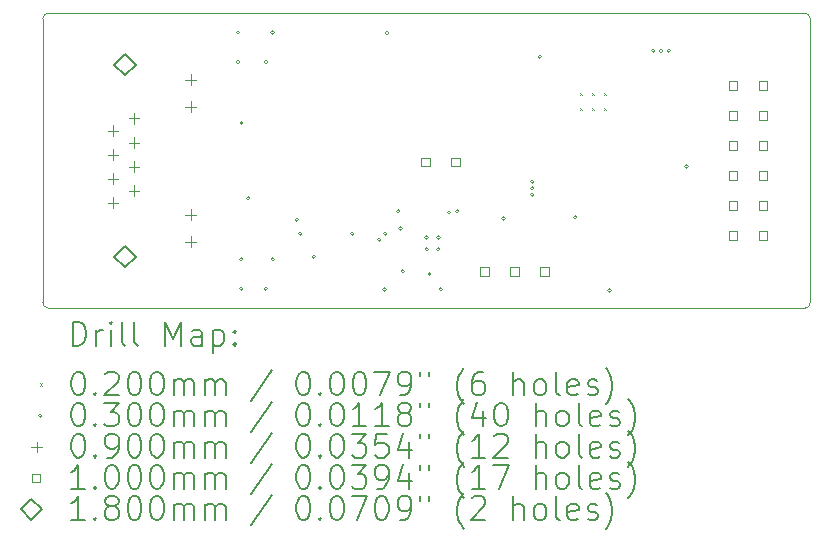
<source format=gbr>
%TF.GenerationSoftware,KiCad,Pcbnew,(6.0.8)*%
%TF.CreationDate,2022-10-23T18:15:44+02:00*%
%TF.ProjectId,ethernet-pmod,65746865-726e-4657-942d-706d6f642e6b,rev?*%
%TF.SameCoordinates,Original*%
%TF.FileFunction,Drillmap*%
%TF.FilePolarity,Positive*%
%FSLAX45Y45*%
G04 Gerber Fmt 4.5, Leading zero omitted, Abs format (unit mm)*
G04 Created by KiCad (PCBNEW (6.0.8)) date 2022-10-23 18:15:44*
%MOMM*%
%LPD*%
G01*
G04 APERTURE LIST*
%ADD10C,0.100000*%
%ADD11C,0.200000*%
%ADD12C,0.020000*%
%ADD13C,0.030000*%
%ADD14C,0.090000*%
%ADD15C,0.180000*%
G04 APERTURE END LIST*
D10*
X11750000Y-11200000D02*
G75*
G03*
X11800000Y-11250000I50000J0D01*
G01*
X11800000Y-11250000D02*
X18200000Y-11250000D01*
X18200000Y-8750000D02*
X11800000Y-8750000D01*
X18250000Y-8800000D02*
G75*
G03*
X18200000Y-8750000I-50000J0D01*
G01*
X18200000Y-11250000D02*
G75*
G03*
X18250000Y-11200000I0J50000D01*
G01*
X18250000Y-11200000D02*
X18250000Y-8800000D01*
X11800000Y-8750000D02*
G75*
G03*
X11750000Y-8800000I0J-50000D01*
G01*
X11750000Y-8800000D02*
X11750000Y-11200000D01*
D11*
D12*
X16300000Y-9425000D02*
X16320000Y-9445000D01*
X16320000Y-9425000D02*
X16300000Y-9445000D01*
X16300000Y-9555000D02*
X16320000Y-9575000D01*
X16320000Y-9555000D02*
X16300000Y-9575000D01*
X16400000Y-9425000D02*
X16420000Y-9445000D01*
X16420000Y-9425000D02*
X16400000Y-9445000D01*
X16400000Y-9555000D02*
X16420000Y-9575000D01*
X16420000Y-9555000D02*
X16400000Y-9575000D01*
X16500000Y-9425000D02*
X16520000Y-9445000D01*
X16520000Y-9425000D02*
X16500000Y-9445000D01*
X16500000Y-9555000D02*
X16520000Y-9575000D01*
X16520000Y-9555000D02*
X16500000Y-9575000D01*
D13*
X13417500Y-8915000D02*
G75*
G03*
X13417500Y-8915000I-15000J0D01*
G01*
X13417500Y-9165000D02*
G75*
G03*
X13417500Y-9165000I-15000J0D01*
G01*
X13447500Y-9682500D02*
G75*
G03*
X13447500Y-9682500I-15000J0D01*
G01*
X13447500Y-10835000D02*
G75*
G03*
X13447500Y-10835000I-15000J0D01*
G01*
X13447500Y-11085000D02*
G75*
G03*
X13447500Y-11085000I-15000J0D01*
G01*
X13505000Y-10317500D02*
G75*
G03*
X13505000Y-10317500I-15000J0D01*
G01*
X13655000Y-9165000D02*
G75*
G03*
X13655000Y-9165000I-15000J0D01*
G01*
X13655000Y-11085000D02*
G75*
G03*
X13655000Y-11085000I-15000J0D01*
G01*
X13712500Y-8915000D02*
G75*
G03*
X13712500Y-8915000I-15000J0D01*
G01*
X13712500Y-10835000D02*
G75*
G03*
X13712500Y-10835000I-15000J0D01*
G01*
X13915000Y-10500000D02*
G75*
G03*
X13915000Y-10500000I-15000J0D01*
G01*
X13945000Y-10620000D02*
G75*
G03*
X13945000Y-10620000I-15000J0D01*
G01*
X14061000Y-10813000D02*
G75*
G03*
X14061000Y-10813000I-15000J0D01*
G01*
X14385000Y-10620000D02*
G75*
G03*
X14385000Y-10620000I-15000J0D01*
G01*
X14615000Y-10670000D02*
G75*
G03*
X14615000Y-10670000I-15000J0D01*
G01*
X14660000Y-11090000D02*
G75*
G03*
X14660000Y-11090000I-15000J0D01*
G01*
X14665000Y-10620000D02*
G75*
G03*
X14665000Y-10620000I-15000J0D01*
G01*
X14680000Y-8920000D02*
G75*
G03*
X14680000Y-8920000I-15000J0D01*
G01*
X14775000Y-10430000D02*
G75*
G03*
X14775000Y-10430000I-15000J0D01*
G01*
X14795000Y-10575000D02*
G75*
G03*
X14795000Y-10575000I-15000J0D01*
G01*
X14815000Y-10936500D02*
G75*
G03*
X14815000Y-10936500I-15000J0D01*
G01*
X15015000Y-10650000D02*
G75*
G03*
X15015000Y-10650000I-15000J0D01*
G01*
X15015000Y-10750000D02*
G75*
G03*
X15015000Y-10750000I-15000J0D01*
G01*
X15040000Y-10960000D02*
G75*
G03*
X15040000Y-10960000I-15000J0D01*
G01*
X15115000Y-10650000D02*
G75*
G03*
X15115000Y-10650000I-15000J0D01*
G01*
X15115000Y-10750000D02*
G75*
G03*
X15115000Y-10750000I-15000J0D01*
G01*
X15135000Y-11090000D02*
G75*
G03*
X15135000Y-11090000I-15000J0D01*
G01*
X15205000Y-10440000D02*
G75*
G03*
X15205000Y-10440000I-15000J0D01*
G01*
X15275000Y-10430000D02*
G75*
G03*
X15275000Y-10430000I-15000J0D01*
G01*
X15665000Y-10490000D02*
G75*
G03*
X15665000Y-10490000I-15000J0D01*
G01*
X15910000Y-10180000D02*
G75*
G03*
X15910000Y-10180000I-15000J0D01*
G01*
X15910000Y-10235000D02*
G75*
G03*
X15910000Y-10235000I-15000J0D01*
G01*
X15910000Y-10290000D02*
G75*
G03*
X15910000Y-10290000I-15000J0D01*
G01*
X15975000Y-9120000D02*
G75*
G03*
X15975000Y-9120000I-15000J0D01*
G01*
X16275000Y-10480000D02*
G75*
G03*
X16275000Y-10480000I-15000J0D01*
G01*
X16565000Y-11100000D02*
G75*
G03*
X16565000Y-11100000I-15000J0D01*
G01*
X16935000Y-9070000D02*
G75*
G03*
X16935000Y-9070000I-15000J0D01*
G01*
X17000000Y-9070000D02*
G75*
G03*
X17000000Y-9070000I-15000J0D01*
G01*
X17065000Y-9070000D02*
G75*
G03*
X17065000Y-9070000I-15000J0D01*
G01*
X17215000Y-10050000D02*
G75*
G03*
X17215000Y-10050000I-15000J0D01*
G01*
D14*
X12344000Y-9700000D02*
X12344000Y-9790000D01*
X12299000Y-9745000D02*
X12389000Y-9745000D01*
X12344000Y-9904000D02*
X12344000Y-9994000D01*
X12299000Y-9949000D02*
X12389000Y-9949000D01*
X12344000Y-10108000D02*
X12344000Y-10198000D01*
X12299000Y-10153000D02*
X12389000Y-10153000D01*
X12344000Y-10312000D02*
X12344000Y-10402000D01*
X12299000Y-10357000D02*
X12389000Y-10357000D01*
X12522000Y-9598000D02*
X12522000Y-9688000D01*
X12477000Y-9643000D02*
X12567000Y-9643000D01*
X12522000Y-9802000D02*
X12522000Y-9892000D01*
X12477000Y-9847000D02*
X12567000Y-9847000D01*
X12522000Y-10006000D02*
X12522000Y-10096000D01*
X12477000Y-10051000D02*
X12567000Y-10051000D01*
X12522000Y-10210000D02*
X12522000Y-10300000D01*
X12477000Y-10255000D02*
X12567000Y-10255000D01*
X13003000Y-9269000D02*
X13003000Y-9359000D01*
X12958000Y-9314000D02*
X13048000Y-9314000D01*
X13003000Y-9498000D02*
X13003000Y-9588000D01*
X12958000Y-9543000D02*
X13048000Y-9543000D01*
X13003000Y-10412000D02*
X13003000Y-10502000D01*
X12958000Y-10457000D02*
X13048000Y-10457000D01*
X13003000Y-10641000D02*
X13003000Y-10731000D01*
X12958000Y-10686000D02*
X13048000Y-10686000D01*
D10*
X15026356Y-10047856D02*
X15026356Y-9977144D01*
X14955644Y-9977144D01*
X14955644Y-10047856D01*
X15026356Y-10047856D01*
X15280356Y-10047856D02*
X15280356Y-9977144D01*
X15209644Y-9977144D01*
X15209644Y-10047856D01*
X15280356Y-10047856D01*
X15525356Y-10975356D02*
X15525356Y-10904644D01*
X15454644Y-10904644D01*
X15454644Y-10975356D01*
X15525356Y-10975356D01*
X15779356Y-10975356D02*
X15779356Y-10904644D01*
X15708644Y-10904644D01*
X15708644Y-10975356D01*
X15779356Y-10975356D01*
X16033356Y-10975356D02*
X16033356Y-10904644D01*
X15962644Y-10904644D01*
X15962644Y-10975356D01*
X16033356Y-10975356D01*
X17627356Y-9400356D02*
X17627356Y-9329644D01*
X17556644Y-9329644D01*
X17556644Y-9400356D01*
X17627356Y-9400356D01*
X17627356Y-9654356D02*
X17627356Y-9583644D01*
X17556644Y-9583644D01*
X17556644Y-9654356D01*
X17627356Y-9654356D01*
X17627356Y-9908356D02*
X17627356Y-9837644D01*
X17556644Y-9837644D01*
X17556644Y-9908356D01*
X17627356Y-9908356D01*
X17627356Y-10162356D02*
X17627356Y-10091644D01*
X17556644Y-10091644D01*
X17556644Y-10162356D01*
X17627356Y-10162356D01*
X17627356Y-10416356D02*
X17627356Y-10345644D01*
X17556644Y-10345644D01*
X17556644Y-10416356D01*
X17627356Y-10416356D01*
X17627356Y-10670356D02*
X17627356Y-10599644D01*
X17556644Y-10599644D01*
X17556644Y-10670356D01*
X17627356Y-10670356D01*
X17881356Y-9400356D02*
X17881356Y-9329644D01*
X17810644Y-9329644D01*
X17810644Y-9400356D01*
X17881356Y-9400356D01*
X17881356Y-9654356D02*
X17881356Y-9583644D01*
X17810644Y-9583644D01*
X17810644Y-9654356D01*
X17881356Y-9654356D01*
X17881356Y-9908356D02*
X17881356Y-9837644D01*
X17810644Y-9837644D01*
X17810644Y-9908356D01*
X17881356Y-9908356D01*
X17881356Y-10162356D02*
X17881356Y-10091644D01*
X17810644Y-10091644D01*
X17810644Y-10162356D01*
X17881356Y-10162356D01*
X17881356Y-10416356D02*
X17881356Y-10345644D01*
X17810644Y-10345644D01*
X17810644Y-10416356D01*
X17881356Y-10416356D01*
X17881356Y-10670356D02*
X17881356Y-10599644D01*
X17810644Y-10599644D01*
X17810644Y-10670356D01*
X17881356Y-10670356D01*
D15*
X12446000Y-9277000D02*
X12536000Y-9187000D01*
X12446000Y-9097000D01*
X12356000Y-9187000D01*
X12446000Y-9277000D01*
X12446000Y-10903000D02*
X12536000Y-10813000D01*
X12446000Y-10723000D01*
X12356000Y-10813000D01*
X12446000Y-10903000D01*
D11*
X12002619Y-11565476D02*
X12002619Y-11365476D01*
X12050238Y-11365476D01*
X12078809Y-11375000D01*
X12097857Y-11394048D01*
X12107381Y-11413095D01*
X12116905Y-11451190D01*
X12116905Y-11479762D01*
X12107381Y-11517857D01*
X12097857Y-11536905D01*
X12078809Y-11555952D01*
X12050238Y-11565476D01*
X12002619Y-11565476D01*
X12202619Y-11565476D02*
X12202619Y-11432143D01*
X12202619Y-11470238D02*
X12212143Y-11451190D01*
X12221667Y-11441667D01*
X12240714Y-11432143D01*
X12259762Y-11432143D01*
X12326428Y-11565476D02*
X12326428Y-11432143D01*
X12326428Y-11365476D02*
X12316905Y-11375000D01*
X12326428Y-11384524D01*
X12335952Y-11375000D01*
X12326428Y-11365476D01*
X12326428Y-11384524D01*
X12450238Y-11565476D02*
X12431190Y-11555952D01*
X12421667Y-11536905D01*
X12421667Y-11365476D01*
X12555000Y-11565476D02*
X12535952Y-11555952D01*
X12526428Y-11536905D01*
X12526428Y-11365476D01*
X12783571Y-11565476D02*
X12783571Y-11365476D01*
X12850238Y-11508333D01*
X12916905Y-11365476D01*
X12916905Y-11565476D01*
X13097857Y-11565476D02*
X13097857Y-11460714D01*
X13088333Y-11441667D01*
X13069286Y-11432143D01*
X13031190Y-11432143D01*
X13012143Y-11441667D01*
X13097857Y-11555952D02*
X13078809Y-11565476D01*
X13031190Y-11565476D01*
X13012143Y-11555952D01*
X13002619Y-11536905D01*
X13002619Y-11517857D01*
X13012143Y-11498809D01*
X13031190Y-11489286D01*
X13078809Y-11489286D01*
X13097857Y-11479762D01*
X13193095Y-11432143D02*
X13193095Y-11632143D01*
X13193095Y-11441667D02*
X13212143Y-11432143D01*
X13250238Y-11432143D01*
X13269286Y-11441667D01*
X13278809Y-11451190D01*
X13288333Y-11470238D01*
X13288333Y-11527381D01*
X13278809Y-11546428D01*
X13269286Y-11555952D01*
X13250238Y-11565476D01*
X13212143Y-11565476D01*
X13193095Y-11555952D01*
X13374048Y-11546428D02*
X13383571Y-11555952D01*
X13374048Y-11565476D01*
X13364524Y-11555952D01*
X13374048Y-11546428D01*
X13374048Y-11565476D01*
X13374048Y-11441667D02*
X13383571Y-11451190D01*
X13374048Y-11460714D01*
X13364524Y-11451190D01*
X13374048Y-11441667D01*
X13374048Y-11460714D01*
D12*
X11725000Y-11885000D02*
X11745000Y-11905000D01*
X11745000Y-11885000D02*
X11725000Y-11905000D01*
D11*
X12040714Y-11785476D02*
X12059762Y-11785476D01*
X12078809Y-11795000D01*
X12088333Y-11804524D01*
X12097857Y-11823571D01*
X12107381Y-11861667D01*
X12107381Y-11909286D01*
X12097857Y-11947381D01*
X12088333Y-11966428D01*
X12078809Y-11975952D01*
X12059762Y-11985476D01*
X12040714Y-11985476D01*
X12021667Y-11975952D01*
X12012143Y-11966428D01*
X12002619Y-11947381D01*
X11993095Y-11909286D01*
X11993095Y-11861667D01*
X12002619Y-11823571D01*
X12012143Y-11804524D01*
X12021667Y-11795000D01*
X12040714Y-11785476D01*
X12193095Y-11966428D02*
X12202619Y-11975952D01*
X12193095Y-11985476D01*
X12183571Y-11975952D01*
X12193095Y-11966428D01*
X12193095Y-11985476D01*
X12278809Y-11804524D02*
X12288333Y-11795000D01*
X12307381Y-11785476D01*
X12355000Y-11785476D01*
X12374048Y-11795000D01*
X12383571Y-11804524D01*
X12393095Y-11823571D01*
X12393095Y-11842619D01*
X12383571Y-11871190D01*
X12269286Y-11985476D01*
X12393095Y-11985476D01*
X12516905Y-11785476D02*
X12535952Y-11785476D01*
X12555000Y-11795000D01*
X12564524Y-11804524D01*
X12574048Y-11823571D01*
X12583571Y-11861667D01*
X12583571Y-11909286D01*
X12574048Y-11947381D01*
X12564524Y-11966428D01*
X12555000Y-11975952D01*
X12535952Y-11985476D01*
X12516905Y-11985476D01*
X12497857Y-11975952D01*
X12488333Y-11966428D01*
X12478809Y-11947381D01*
X12469286Y-11909286D01*
X12469286Y-11861667D01*
X12478809Y-11823571D01*
X12488333Y-11804524D01*
X12497857Y-11795000D01*
X12516905Y-11785476D01*
X12707381Y-11785476D02*
X12726428Y-11785476D01*
X12745476Y-11795000D01*
X12755000Y-11804524D01*
X12764524Y-11823571D01*
X12774048Y-11861667D01*
X12774048Y-11909286D01*
X12764524Y-11947381D01*
X12755000Y-11966428D01*
X12745476Y-11975952D01*
X12726428Y-11985476D01*
X12707381Y-11985476D01*
X12688333Y-11975952D01*
X12678809Y-11966428D01*
X12669286Y-11947381D01*
X12659762Y-11909286D01*
X12659762Y-11861667D01*
X12669286Y-11823571D01*
X12678809Y-11804524D01*
X12688333Y-11795000D01*
X12707381Y-11785476D01*
X12859762Y-11985476D02*
X12859762Y-11852143D01*
X12859762Y-11871190D02*
X12869286Y-11861667D01*
X12888333Y-11852143D01*
X12916905Y-11852143D01*
X12935952Y-11861667D01*
X12945476Y-11880714D01*
X12945476Y-11985476D01*
X12945476Y-11880714D02*
X12955000Y-11861667D01*
X12974048Y-11852143D01*
X13002619Y-11852143D01*
X13021667Y-11861667D01*
X13031190Y-11880714D01*
X13031190Y-11985476D01*
X13126428Y-11985476D02*
X13126428Y-11852143D01*
X13126428Y-11871190D02*
X13135952Y-11861667D01*
X13155000Y-11852143D01*
X13183571Y-11852143D01*
X13202619Y-11861667D01*
X13212143Y-11880714D01*
X13212143Y-11985476D01*
X13212143Y-11880714D02*
X13221667Y-11861667D01*
X13240714Y-11852143D01*
X13269286Y-11852143D01*
X13288333Y-11861667D01*
X13297857Y-11880714D01*
X13297857Y-11985476D01*
X13688333Y-11775952D02*
X13516905Y-12033095D01*
X13945476Y-11785476D02*
X13964524Y-11785476D01*
X13983571Y-11795000D01*
X13993095Y-11804524D01*
X14002619Y-11823571D01*
X14012143Y-11861667D01*
X14012143Y-11909286D01*
X14002619Y-11947381D01*
X13993095Y-11966428D01*
X13983571Y-11975952D01*
X13964524Y-11985476D01*
X13945476Y-11985476D01*
X13926428Y-11975952D01*
X13916905Y-11966428D01*
X13907381Y-11947381D01*
X13897857Y-11909286D01*
X13897857Y-11861667D01*
X13907381Y-11823571D01*
X13916905Y-11804524D01*
X13926428Y-11795000D01*
X13945476Y-11785476D01*
X14097857Y-11966428D02*
X14107381Y-11975952D01*
X14097857Y-11985476D01*
X14088333Y-11975952D01*
X14097857Y-11966428D01*
X14097857Y-11985476D01*
X14231190Y-11785476D02*
X14250238Y-11785476D01*
X14269286Y-11795000D01*
X14278809Y-11804524D01*
X14288333Y-11823571D01*
X14297857Y-11861667D01*
X14297857Y-11909286D01*
X14288333Y-11947381D01*
X14278809Y-11966428D01*
X14269286Y-11975952D01*
X14250238Y-11985476D01*
X14231190Y-11985476D01*
X14212143Y-11975952D01*
X14202619Y-11966428D01*
X14193095Y-11947381D01*
X14183571Y-11909286D01*
X14183571Y-11861667D01*
X14193095Y-11823571D01*
X14202619Y-11804524D01*
X14212143Y-11795000D01*
X14231190Y-11785476D01*
X14421667Y-11785476D02*
X14440714Y-11785476D01*
X14459762Y-11795000D01*
X14469286Y-11804524D01*
X14478809Y-11823571D01*
X14488333Y-11861667D01*
X14488333Y-11909286D01*
X14478809Y-11947381D01*
X14469286Y-11966428D01*
X14459762Y-11975952D01*
X14440714Y-11985476D01*
X14421667Y-11985476D01*
X14402619Y-11975952D01*
X14393095Y-11966428D01*
X14383571Y-11947381D01*
X14374048Y-11909286D01*
X14374048Y-11861667D01*
X14383571Y-11823571D01*
X14393095Y-11804524D01*
X14402619Y-11795000D01*
X14421667Y-11785476D01*
X14555000Y-11785476D02*
X14688333Y-11785476D01*
X14602619Y-11985476D01*
X14774048Y-11985476D02*
X14812143Y-11985476D01*
X14831190Y-11975952D01*
X14840714Y-11966428D01*
X14859762Y-11937857D01*
X14869286Y-11899762D01*
X14869286Y-11823571D01*
X14859762Y-11804524D01*
X14850238Y-11795000D01*
X14831190Y-11785476D01*
X14793095Y-11785476D01*
X14774048Y-11795000D01*
X14764524Y-11804524D01*
X14755000Y-11823571D01*
X14755000Y-11871190D01*
X14764524Y-11890238D01*
X14774048Y-11899762D01*
X14793095Y-11909286D01*
X14831190Y-11909286D01*
X14850238Y-11899762D01*
X14859762Y-11890238D01*
X14869286Y-11871190D01*
X14945476Y-11785476D02*
X14945476Y-11823571D01*
X15021667Y-11785476D02*
X15021667Y-11823571D01*
X15316905Y-12061667D02*
X15307381Y-12052143D01*
X15288333Y-12023571D01*
X15278809Y-12004524D01*
X15269286Y-11975952D01*
X15259762Y-11928333D01*
X15259762Y-11890238D01*
X15269286Y-11842619D01*
X15278809Y-11814048D01*
X15288333Y-11795000D01*
X15307381Y-11766428D01*
X15316905Y-11756905D01*
X15478809Y-11785476D02*
X15440714Y-11785476D01*
X15421667Y-11795000D01*
X15412143Y-11804524D01*
X15393095Y-11833095D01*
X15383571Y-11871190D01*
X15383571Y-11947381D01*
X15393095Y-11966428D01*
X15402619Y-11975952D01*
X15421667Y-11985476D01*
X15459762Y-11985476D01*
X15478809Y-11975952D01*
X15488333Y-11966428D01*
X15497857Y-11947381D01*
X15497857Y-11899762D01*
X15488333Y-11880714D01*
X15478809Y-11871190D01*
X15459762Y-11861667D01*
X15421667Y-11861667D01*
X15402619Y-11871190D01*
X15393095Y-11880714D01*
X15383571Y-11899762D01*
X15735952Y-11985476D02*
X15735952Y-11785476D01*
X15821667Y-11985476D02*
X15821667Y-11880714D01*
X15812143Y-11861667D01*
X15793095Y-11852143D01*
X15764524Y-11852143D01*
X15745476Y-11861667D01*
X15735952Y-11871190D01*
X15945476Y-11985476D02*
X15926428Y-11975952D01*
X15916905Y-11966428D01*
X15907381Y-11947381D01*
X15907381Y-11890238D01*
X15916905Y-11871190D01*
X15926428Y-11861667D01*
X15945476Y-11852143D01*
X15974048Y-11852143D01*
X15993095Y-11861667D01*
X16002619Y-11871190D01*
X16012143Y-11890238D01*
X16012143Y-11947381D01*
X16002619Y-11966428D01*
X15993095Y-11975952D01*
X15974048Y-11985476D01*
X15945476Y-11985476D01*
X16126428Y-11985476D02*
X16107381Y-11975952D01*
X16097857Y-11956905D01*
X16097857Y-11785476D01*
X16278809Y-11975952D02*
X16259762Y-11985476D01*
X16221667Y-11985476D01*
X16202619Y-11975952D01*
X16193095Y-11956905D01*
X16193095Y-11880714D01*
X16202619Y-11861667D01*
X16221667Y-11852143D01*
X16259762Y-11852143D01*
X16278809Y-11861667D01*
X16288333Y-11880714D01*
X16288333Y-11899762D01*
X16193095Y-11918809D01*
X16364524Y-11975952D02*
X16383571Y-11985476D01*
X16421667Y-11985476D01*
X16440714Y-11975952D01*
X16450238Y-11956905D01*
X16450238Y-11947381D01*
X16440714Y-11928333D01*
X16421667Y-11918809D01*
X16393095Y-11918809D01*
X16374048Y-11909286D01*
X16364524Y-11890238D01*
X16364524Y-11880714D01*
X16374048Y-11861667D01*
X16393095Y-11852143D01*
X16421667Y-11852143D01*
X16440714Y-11861667D01*
X16516905Y-12061667D02*
X16526428Y-12052143D01*
X16545476Y-12023571D01*
X16555000Y-12004524D01*
X16564524Y-11975952D01*
X16574048Y-11928333D01*
X16574048Y-11890238D01*
X16564524Y-11842619D01*
X16555000Y-11814048D01*
X16545476Y-11795000D01*
X16526428Y-11766428D01*
X16516905Y-11756905D01*
D13*
X11745000Y-12159000D02*
G75*
G03*
X11745000Y-12159000I-15000J0D01*
G01*
D11*
X12040714Y-12049476D02*
X12059762Y-12049476D01*
X12078809Y-12059000D01*
X12088333Y-12068524D01*
X12097857Y-12087571D01*
X12107381Y-12125667D01*
X12107381Y-12173286D01*
X12097857Y-12211381D01*
X12088333Y-12230428D01*
X12078809Y-12239952D01*
X12059762Y-12249476D01*
X12040714Y-12249476D01*
X12021667Y-12239952D01*
X12012143Y-12230428D01*
X12002619Y-12211381D01*
X11993095Y-12173286D01*
X11993095Y-12125667D01*
X12002619Y-12087571D01*
X12012143Y-12068524D01*
X12021667Y-12059000D01*
X12040714Y-12049476D01*
X12193095Y-12230428D02*
X12202619Y-12239952D01*
X12193095Y-12249476D01*
X12183571Y-12239952D01*
X12193095Y-12230428D01*
X12193095Y-12249476D01*
X12269286Y-12049476D02*
X12393095Y-12049476D01*
X12326428Y-12125667D01*
X12355000Y-12125667D01*
X12374048Y-12135190D01*
X12383571Y-12144714D01*
X12393095Y-12163762D01*
X12393095Y-12211381D01*
X12383571Y-12230428D01*
X12374048Y-12239952D01*
X12355000Y-12249476D01*
X12297857Y-12249476D01*
X12278809Y-12239952D01*
X12269286Y-12230428D01*
X12516905Y-12049476D02*
X12535952Y-12049476D01*
X12555000Y-12059000D01*
X12564524Y-12068524D01*
X12574048Y-12087571D01*
X12583571Y-12125667D01*
X12583571Y-12173286D01*
X12574048Y-12211381D01*
X12564524Y-12230428D01*
X12555000Y-12239952D01*
X12535952Y-12249476D01*
X12516905Y-12249476D01*
X12497857Y-12239952D01*
X12488333Y-12230428D01*
X12478809Y-12211381D01*
X12469286Y-12173286D01*
X12469286Y-12125667D01*
X12478809Y-12087571D01*
X12488333Y-12068524D01*
X12497857Y-12059000D01*
X12516905Y-12049476D01*
X12707381Y-12049476D02*
X12726428Y-12049476D01*
X12745476Y-12059000D01*
X12755000Y-12068524D01*
X12764524Y-12087571D01*
X12774048Y-12125667D01*
X12774048Y-12173286D01*
X12764524Y-12211381D01*
X12755000Y-12230428D01*
X12745476Y-12239952D01*
X12726428Y-12249476D01*
X12707381Y-12249476D01*
X12688333Y-12239952D01*
X12678809Y-12230428D01*
X12669286Y-12211381D01*
X12659762Y-12173286D01*
X12659762Y-12125667D01*
X12669286Y-12087571D01*
X12678809Y-12068524D01*
X12688333Y-12059000D01*
X12707381Y-12049476D01*
X12859762Y-12249476D02*
X12859762Y-12116143D01*
X12859762Y-12135190D02*
X12869286Y-12125667D01*
X12888333Y-12116143D01*
X12916905Y-12116143D01*
X12935952Y-12125667D01*
X12945476Y-12144714D01*
X12945476Y-12249476D01*
X12945476Y-12144714D02*
X12955000Y-12125667D01*
X12974048Y-12116143D01*
X13002619Y-12116143D01*
X13021667Y-12125667D01*
X13031190Y-12144714D01*
X13031190Y-12249476D01*
X13126428Y-12249476D02*
X13126428Y-12116143D01*
X13126428Y-12135190D02*
X13135952Y-12125667D01*
X13155000Y-12116143D01*
X13183571Y-12116143D01*
X13202619Y-12125667D01*
X13212143Y-12144714D01*
X13212143Y-12249476D01*
X13212143Y-12144714D02*
X13221667Y-12125667D01*
X13240714Y-12116143D01*
X13269286Y-12116143D01*
X13288333Y-12125667D01*
X13297857Y-12144714D01*
X13297857Y-12249476D01*
X13688333Y-12039952D02*
X13516905Y-12297095D01*
X13945476Y-12049476D02*
X13964524Y-12049476D01*
X13983571Y-12059000D01*
X13993095Y-12068524D01*
X14002619Y-12087571D01*
X14012143Y-12125667D01*
X14012143Y-12173286D01*
X14002619Y-12211381D01*
X13993095Y-12230428D01*
X13983571Y-12239952D01*
X13964524Y-12249476D01*
X13945476Y-12249476D01*
X13926428Y-12239952D01*
X13916905Y-12230428D01*
X13907381Y-12211381D01*
X13897857Y-12173286D01*
X13897857Y-12125667D01*
X13907381Y-12087571D01*
X13916905Y-12068524D01*
X13926428Y-12059000D01*
X13945476Y-12049476D01*
X14097857Y-12230428D02*
X14107381Y-12239952D01*
X14097857Y-12249476D01*
X14088333Y-12239952D01*
X14097857Y-12230428D01*
X14097857Y-12249476D01*
X14231190Y-12049476D02*
X14250238Y-12049476D01*
X14269286Y-12059000D01*
X14278809Y-12068524D01*
X14288333Y-12087571D01*
X14297857Y-12125667D01*
X14297857Y-12173286D01*
X14288333Y-12211381D01*
X14278809Y-12230428D01*
X14269286Y-12239952D01*
X14250238Y-12249476D01*
X14231190Y-12249476D01*
X14212143Y-12239952D01*
X14202619Y-12230428D01*
X14193095Y-12211381D01*
X14183571Y-12173286D01*
X14183571Y-12125667D01*
X14193095Y-12087571D01*
X14202619Y-12068524D01*
X14212143Y-12059000D01*
X14231190Y-12049476D01*
X14488333Y-12249476D02*
X14374048Y-12249476D01*
X14431190Y-12249476D02*
X14431190Y-12049476D01*
X14412143Y-12078048D01*
X14393095Y-12097095D01*
X14374048Y-12106619D01*
X14678809Y-12249476D02*
X14564524Y-12249476D01*
X14621667Y-12249476D02*
X14621667Y-12049476D01*
X14602619Y-12078048D01*
X14583571Y-12097095D01*
X14564524Y-12106619D01*
X14793095Y-12135190D02*
X14774048Y-12125667D01*
X14764524Y-12116143D01*
X14755000Y-12097095D01*
X14755000Y-12087571D01*
X14764524Y-12068524D01*
X14774048Y-12059000D01*
X14793095Y-12049476D01*
X14831190Y-12049476D01*
X14850238Y-12059000D01*
X14859762Y-12068524D01*
X14869286Y-12087571D01*
X14869286Y-12097095D01*
X14859762Y-12116143D01*
X14850238Y-12125667D01*
X14831190Y-12135190D01*
X14793095Y-12135190D01*
X14774048Y-12144714D01*
X14764524Y-12154238D01*
X14755000Y-12173286D01*
X14755000Y-12211381D01*
X14764524Y-12230428D01*
X14774048Y-12239952D01*
X14793095Y-12249476D01*
X14831190Y-12249476D01*
X14850238Y-12239952D01*
X14859762Y-12230428D01*
X14869286Y-12211381D01*
X14869286Y-12173286D01*
X14859762Y-12154238D01*
X14850238Y-12144714D01*
X14831190Y-12135190D01*
X14945476Y-12049476D02*
X14945476Y-12087571D01*
X15021667Y-12049476D02*
X15021667Y-12087571D01*
X15316905Y-12325667D02*
X15307381Y-12316143D01*
X15288333Y-12287571D01*
X15278809Y-12268524D01*
X15269286Y-12239952D01*
X15259762Y-12192333D01*
X15259762Y-12154238D01*
X15269286Y-12106619D01*
X15278809Y-12078048D01*
X15288333Y-12059000D01*
X15307381Y-12030428D01*
X15316905Y-12020905D01*
X15478809Y-12116143D02*
X15478809Y-12249476D01*
X15431190Y-12039952D02*
X15383571Y-12182809D01*
X15507381Y-12182809D01*
X15621667Y-12049476D02*
X15640714Y-12049476D01*
X15659762Y-12059000D01*
X15669286Y-12068524D01*
X15678809Y-12087571D01*
X15688333Y-12125667D01*
X15688333Y-12173286D01*
X15678809Y-12211381D01*
X15669286Y-12230428D01*
X15659762Y-12239952D01*
X15640714Y-12249476D01*
X15621667Y-12249476D01*
X15602619Y-12239952D01*
X15593095Y-12230428D01*
X15583571Y-12211381D01*
X15574048Y-12173286D01*
X15574048Y-12125667D01*
X15583571Y-12087571D01*
X15593095Y-12068524D01*
X15602619Y-12059000D01*
X15621667Y-12049476D01*
X15926428Y-12249476D02*
X15926428Y-12049476D01*
X16012143Y-12249476D02*
X16012143Y-12144714D01*
X16002619Y-12125667D01*
X15983571Y-12116143D01*
X15955000Y-12116143D01*
X15935952Y-12125667D01*
X15926428Y-12135190D01*
X16135952Y-12249476D02*
X16116905Y-12239952D01*
X16107381Y-12230428D01*
X16097857Y-12211381D01*
X16097857Y-12154238D01*
X16107381Y-12135190D01*
X16116905Y-12125667D01*
X16135952Y-12116143D01*
X16164524Y-12116143D01*
X16183571Y-12125667D01*
X16193095Y-12135190D01*
X16202619Y-12154238D01*
X16202619Y-12211381D01*
X16193095Y-12230428D01*
X16183571Y-12239952D01*
X16164524Y-12249476D01*
X16135952Y-12249476D01*
X16316905Y-12249476D02*
X16297857Y-12239952D01*
X16288333Y-12220905D01*
X16288333Y-12049476D01*
X16469286Y-12239952D02*
X16450238Y-12249476D01*
X16412143Y-12249476D01*
X16393095Y-12239952D01*
X16383571Y-12220905D01*
X16383571Y-12144714D01*
X16393095Y-12125667D01*
X16412143Y-12116143D01*
X16450238Y-12116143D01*
X16469286Y-12125667D01*
X16478809Y-12144714D01*
X16478809Y-12163762D01*
X16383571Y-12182809D01*
X16555000Y-12239952D02*
X16574048Y-12249476D01*
X16612143Y-12249476D01*
X16631190Y-12239952D01*
X16640714Y-12220905D01*
X16640714Y-12211381D01*
X16631190Y-12192333D01*
X16612143Y-12182809D01*
X16583571Y-12182809D01*
X16564524Y-12173286D01*
X16555000Y-12154238D01*
X16555000Y-12144714D01*
X16564524Y-12125667D01*
X16583571Y-12116143D01*
X16612143Y-12116143D01*
X16631190Y-12125667D01*
X16707381Y-12325667D02*
X16716905Y-12316143D01*
X16735952Y-12287571D01*
X16745476Y-12268524D01*
X16755000Y-12239952D01*
X16764524Y-12192333D01*
X16764524Y-12154238D01*
X16755000Y-12106619D01*
X16745476Y-12078048D01*
X16735952Y-12059000D01*
X16716905Y-12030428D01*
X16707381Y-12020905D01*
D14*
X11700000Y-12378000D02*
X11700000Y-12468000D01*
X11655000Y-12423000D02*
X11745000Y-12423000D01*
D11*
X12040714Y-12313476D02*
X12059762Y-12313476D01*
X12078809Y-12323000D01*
X12088333Y-12332524D01*
X12097857Y-12351571D01*
X12107381Y-12389667D01*
X12107381Y-12437286D01*
X12097857Y-12475381D01*
X12088333Y-12494428D01*
X12078809Y-12503952D01*
X12059762Y-12513476D01*
X12040714Y-12513476D01*
X12021667Y-12503952D01*
X12012143Y-12494428D01*
X12002619Y-12475381D01*
X11993095Y-12437286D01*
X11993095Y-12389667D01*
X12002619Y-12351571D01*
X12012143Y-12332524D01*
X12021667Y-12323000D01*
X12040714Y-12313476D01*
X12193095Y-12494428D02*
X12202619Y-12503952D01*
X12193095Y-12513476D01*
X12183571Y-12503952D01*
X12193095Y-12494428D01*
X12193095Y-12513476D01*
X12297857Y-12513476D02*
X12335952Y-12513476D01*
X12355000Y-12503952D01*
X12364524Y-12494428D01*
X12383571Y-12465857D01*
X12393095Y-12427762D01*
X12393095Y-12351571D01*
X12383571Y-12332524D01*
X12374048Y-12323000D01*
X12355000Y-12313476D01*
X12316905Y-12313476D01*
X12297857Y-12323000D01*
X12288333Y-12332524D01*
X12278809Y-12351571D01*
X12278809Y-12399190D01*
X12288333Y-12418238D01*
X12297857Y-12427762D01*
X12316905Y-12437286D01*
X12355000Y-12437286D01*
X12374048Y-12427762D01*
X12383571Y-12418238D01*
X12393095Y-12399190D01*
X12516905Y-12313476D02*
X12535952Y-12313476D01*
X12555000Y-12323000D01*
X12564524Y-12332524D01*
X12574048Y-12351571D01*
X12583571Y-12389667D01*
X12583571Y-12437286D01*
X12574048Y-12475381D01*
X12564524Y-12494428D01*
X12555000Y-12503952D01*
X12535952Y-12513476D01*
X12516905Y-12513476D01*
X12497857Y-12503952D01*
X12488333Y-12494428D01*
X12478809Y-12475381D01*
X12469286Y-12437286D01*
X12469286Y-12389667D01*
X12478809Y-12351571D01*
X12488333Y-12332524D01*
X12497857Y-12323000D01*
X12516905Y-12313476D01*
X12707381Y-12313476D02*
X12726428Y-12313476D01*
X12745476Y-12323000D01*
X12755000Y-12332524D01*
X12764524Y-12351571D01*
X12774048Y-12389667D01*
X12774048Y-12437286D01*
X12764524Y-12475381D01*
X12755000Y-12494428D01*
X12745476Y-12503952D01*
X12726428Y-12513476D01*
X12707381Y-12513476D01*
X12688333Y-12503952D01*
X12678809Y-12494428D01*
X12669286Y-12475381D01*
X12659762Y-12437286D01*
X12659762Y-12389667D01*
X12669286Y-12351571D01*
X12678809Y-12332524D01*
X12688333Y-12323000D01*
X12707381Y-12313476D01*
X12859762Y-12513476D02*
X12859762Y-12380143D01*
X12859762Y-12399190D02*
X12869286Y-12389667D01*
X12888333Y-12380143D01*
X12916905Y-12380143D01*
X12935952Y-12389667D01*
X12945476Y-12408714D01*
X12945476Y-12513476D01*
X12945476Y-12408714D02*
X12955000Y-12389667D01*
X12974048Y-12380143D01*
X13002619Y-12380143D01*
X13021667Y-12389667D01*
X13031190Y-12408714D01*
X13031190Y-12513476D01*
X13126428Y-12513476D02*
X13126428Y-12380143D01*
X13126428Y-12399190D02*
X13135952Y-12389667D01*
X13155000Y-12380143D01*
X13183571Y-12380143D01*
X13202619Y-12389667D01*
X13212143Y-12408714D01*
X13212143Y-12513476D01*
X13212143Y-12408714D02*
X13221667Y-12389667D01*
X13240714Y-12380143D01*
X13269286Y-12380143D01*
X13288333Y-12389667D01*
X13297857Y-12408714D01*
X13297857Y-12513476D01*
X13688333Y-12303952D02*
X13516905Y-12561095D01*
X13945476Y-12313476D02*
X13964524Y-12313476D01*
X13983571Y-12323000D01*
X13993095Y-12332524D01*
X14002619Y-12351571D01*
X14012143Y-12389667D01*
X14012143Y-12437286D01*
X14002619Y-12475381D01*
X13993095Y-12494428D01*
X13983571Y-12503952D01*
X13964524Y-12513476D01*
X13945476Y-12513476D01*
X13926428Y-12503952D01*
X13916905Y-12494428D01*
X13907381Y-12475381D01*
X13897857Y-12437286D01*
X13897857Y-12389667D01*
X13907381Y-12351571D01*
X13916905Y-12332524D01*
X13926428Y-12323000D01*
X13945476Y-12313476D01*
X14097857Y-12494428D02*
X14107381Y-12503952D01*
X14097857Y-12513476D01*
X14088333Y-12503952D01*
X14097857Y-12494428D01*
X14097857Y-12513476D01*
X14231190Y-12313476D02*
X14250238Y-12313476D01*
X14269286Y-12323000D01*
X14278809Y-12332524D01*
X14288333Y-12351571D01*
X14297857Y-12389667D01*
X14297857Y-12437286D01*
X14288333Y-12475381D01*
X14278809Y-12494428D01*
X14269286Y-12503952D01*
X14250238Y-12513476D01*
X14231190Y-12513476D01*
X14212143Y-12503952D01*
X14202619Y-12494428D01*
X14193095Y-12475381D01*
X14183571Y-12437286D01*
X14183571Y-12389667D01*
X14193095Y-12351571D01*
X14202619Y-12332524D01*
X14212143Y-12323000D01*
X14231190Y-12313476D01*
X14364524Y-12313476D02*
X14488333Y-12313476D01*
X14421667Y-12389667D01*
X14450238Y-12389667D01*
X14469286Y-12399190D01*
X14478809Y-12408714D01*
X14488333Y-12427762D01*
X14488333Y-12475381D01*
X14478809Y-12494428D01*
X14469286Y-12503952D01*
X14450238Y-12513476D01*
X14393095Y-12513476D01*
X14374048Y-12503952D01*
X14364524Y-12494428D01*
X14669286Y-12313476D02*
X14574048Y-12313476D01*
X14564524Y-12408714D01*
X14574048Y-12399190D01*
X14593095Y-12389667D01*
X14640714Y-12389667D01*
X14659762Y-12399190D01*
X14669286Y-12408714D01*
X14678809Y-12427762D01*
X14678809Y-12475381D01*
X14669286Y-12494428D01*
X14659762Y-12503952D01*
X14640714Y-12513476D01*
X14593095Y-12513476D01*
X14574048Y-12503952D01*
X14564524Y-12494428D01*
X14850238Y-12380143D02*
X14850238Y-12513476D01*
X14802619Y-12303952D02*
X14755000Y-12446809D01*
X14878809Y-12446809D01*
X14945476Y-12313476D02*
X14945476Y-12351571D01*
X15021667Y-12313476D02*
X15021667Y-12351571D01*
X15316905Y-12589667D02*
X15307381Y-12580143D01*
X15288333Y-12551571D01*
X15278809Y-12532524D01*
X15269286Y-12503952D01*
X15259762Y-12456333D01*
X15259762Y-12418238D01*
X15269286Y-12370619D01*
X15278809Y-12342048D01*
X15288333Y-12323000D01*
X15307381Y-12294428D01*
X15316905Y-12284905D01*
X15497857Y-12513476D02*
X15383571Y-12513476D01*
X15440714Y-12513476D02*
X15440714Y-12313476D01*
X15421667Y-12342048D01*
X15402619Y-12361095D01*
X15383571Y-12370619D01*
X15574048Y-12332524D02*
X15583571Y-12323000D01*
X15602619Y-12313476D01*
X15650238Y-12313476D01*
X15669286Y-12323000D01*
X15678809Y-12332524D01*
X15688333Y-12351571D01*
X15688333Y-12370619D01*
X15678809Y-12399190D01*
X15564524Y-12513476D01*
X15688333Y-12513476D01*
X15926428Y-12513476D02*
X15926428Y-12313476D01*
X16012143Y-12513476D02*
X16012143Y-12408714D01*
X16002619Y-12389667D01*
X15983571Y-12380143D01*
X15955000Y-12380143D01*
X15935952Y-12389667D01*
X15926428Y-12399190D01*
X16135952Y-12513476D02*
X16116905Y-12503952D01*
X16107381Y-12494428D01*
X16097857Y-12475381D01*
X16097857Y-12418238D01*
X16107381Y-12399190D01*
X16116905Y-12389667D01*
X16135952Y-12380143D01*
X16164524Y-12380143D01*
X16183571Y-12389667D01*
X16193095Y-12399190D01*
X16202619Y-12418238D01*
X16202619Y-12475381D01*
X16193095Y-12494428D01*
X16183571Y-12503952D01*
X16164524Y-12513476D01*
X16135952Y-12513476D01*
X16316905Y-12513476D02*
X16297857Y-12503952D01*
X16288333Y-12484905D01*
X16288333Y-12313476D01*
X16469286Y-12503952D02*
X16450238Y-12513476D01*
X16412143Y-12513476D01*
X16393095Y-12503952D01*
X16383571Y-12484905D01*
X16383571Y-12408714D01*
X16393095Y-12389667D01*
X16412143Y-12380143D01*
X16450238Y-12380143D01*
X16469286Y-12389667D01*
X16478809Y-12408714D01*
X16478809Y-12427762D01*
X16383571Y-12446809D01*
X16555000Y-12503952D02*
X16574048Y-12513476D01*
X16612143Y-12513476D01*
X16631190Y-12503952D01*
X16640714Y-12484905D01*
X16640714Y-12475381D01*
X16631190Y-12456333D01*
X16612143Y-12446809D01*
X16583571Y-12446809D01*
X16564524Y-12437286D01*
X16555000Y-12418238D01*
X16555000Y-12408714D01*
X16564524Y-12389667D01*
X16583571Y-12380143D01*
X16612143Y-12380143D01*
X16631190Y-12389667D01*
X16707381Y-12589667D02*
X16716905Y-12580143D01*
X16735952Y-12551571D01*
X16745476Y-12532524D01*
X16755000Y-12503952D01*
X16764524Y-12456333D01*
X16764524Y-12418238D01*
X16755000Y-12370619D01*
X16745476Y-12342048D01*
X16735952Y-12323000D01*
X16716905Y-12294428D01*
X16707381Y-12284905D01*
D10*
X11730356Y-12722356D02*
X11730356Y-12651644D01*
X11659644Y-12651644D01*
X11659644Y-12722356D01*
X11730356Y-12722356D01*
D11*
X12107381Y-12777476D02*
X11993095Y-12777476D01*
X12050238Y-12777476D02*
X12050238Y-12577476D01*
X12031190Y-12606048D01*
X12012143Y-12625095D01*
X11993095Y-12634619D01*
X12193095Y-12758428D02*
X12202619Y-12767952D01*
X12193095Y-12777476D01*
X12183571Y-12767952D01*
X12193095Y-12758428D01*
X12193095Y-12777476D01*
X12326428Y-12577476D02*
X12345476Y-12577476D01*
X12364524Y-12587000D01*
X12374048Y-12596524D01*
X12383571Y-12615571D01*
X12393095Y-12653667D01*
X12393095Y-12701286D01*
X12383571Y-12739381D01*
X12374048Y-12758428D01*
X12364524Y-12767952D01*
X12345476Y-12777476D01*
X12326428Y-12777476D01*
X12307381Y-12767952D01*
X12297857Y-12758428D01*
X12288333Y-12739381D01*
X12278809Y-12701286D01*
X12278809Y-12653667D01*
X12288333Y-12615571D01*
X12297857Y-12596524D01*
X12307381Y-12587000D01*
X12326428Y-12577476D01*
X12516905Y-12577476D02*
X12535952Y-12577476D01*
X12555000Y-12587000D01*
X12564524Y-12596524D01*
X12574048Y-12615571D01*
X12583571Y-12653667D01*
X12583571Y-12701286D01*
X12574048Y-12739381D01*
X12564524Y-12758428D01*
X12555000Y-12767952D01*
X12535952Y-12777476D01*
X12516905Y-12777476D01*
X12497857Y-12767952D01*
X12488333Y-12758428D01*
X12478809Y-12739381D01*
X12469286Y-12701286D01*
X12469286Y-12653667D01*
X12478809Y-12615571D01*
X12488333Y-12596524D01*
X12497857Y-12587000D01*
X12516905Y-12577476D01*
X12707381Y-12577476D02*
X12726428Y-12577476D01*
X12745476Y-12587000D01*
X12755000Y-12596524D01*
X12764524Y-12615571D01*
X12774048Y-12653667D01*
X12774048Y-12701286D01*
X12764524Y-12739381D01*
X12755000Y-12758428D01*
X12745476Y-12767952D01*
X12726428Y-12777476D01*
X12707381Y-12777476D01*
X12688333Y-12767952D01*
X12678809Y-12758428D01*
X12669286Y-12739381D01*
X12659762Y-12701286D01*
X12659762Y-12653667D01*
X12669286Y-12615571D01*
X12678809Y-12596524D01*
X12688333Y-12587000D01*
X12707381Y-12577476D01*
X12859762Y-12777476D02*
X12859762Y-12644143D01*
X12859762Y-12663190D02*
X12869286Y-12653667D01*
X12888333Y-12644143D01*
X12916905Y-12644143D01*
X12935952Y-12653667D01*
X12945476Y-12672714D01*
X12945476Y-12777476D01*
X12945476Y-12672714D02*
X12955000Y-12653667D01*
X12974048Y-12644143D01*
X13002619Y-12644143D01*
X13021667Y-12653667D01*
X13031190Y-12672714D01*
X13031190Y-12777476D01*
X13126428Y-12777476D02*
X13126428Y-12644143D01*
X13126428Y-12663190D02*
X13135952Y-12653667D01*
X13155000Y-12644143D01*
X13183571Y-12644143D01*
X13202619Y-12653667D01*
X13212143Y-12672714D01*
X13212143Y-12777476D01*
X13212143Y-12672714D02*
X13221667Y-12653667D01*
X13240714Y-12644143D01*
X13269286Y-12644143D01*
X13288333Y-12653667D01*
X13297857Y-12672714D01*
X13297857Y-12777476D01*
X13688333Y-12567952D02*
X13516905Y-12825095D01*
X13945476Y-12577476D02*
X13964524Y-12577476D01*
X13983571Y-12587000D01*
X13993095Y-12596524D01*
X14002619Y-12615571D01*
X14012143Y-12653667D01*
X14012143Y-12701286D01*
X14002619Y-12739381D01*
X13993095Y-12758428D01*
X13983571Y-12767952D01*
X13964524Y-12777476D01*
X13945476Y-12777476D01*
X13926428Y-12767952D01*
X13916905Y-12758428D01*
X13907381Y-12739381D01*
X13897857Y-12701286D01*
X13897857Y-12653667D01*
X13907381Y-12615571D01*
X13916905Y-12596524D01*
X13926428Y-12587000D01*
X13945476Y-12577476D01*
X14097857Y-12758428D02*
X14107381Y-12767952D01*
X14097857Y-12777476D01*
X14088333Y-12767952D01*
X14097857Y-12758428D01*
X14097857Y-12777476D01*
X14231190Y-12577476D02*
X14250238Y-12577476D01*
X14269286Y-12587000D01*
X14278809Y-12596524D01*
X14288333Y-12615571D01*
X14297857Y-12653667D01*
X14297857Y-12701286D01*
X14288333Y-12739381D01*
X14278809Y-12758428D01*
X14269286Y-12767952D01*
X14250238Y-12777476D01*
X14231190Y-12777476D01*
X14212143Y-12767952D01*
X14202619Y-12758428D01*
X14193095Y-12739381D01*
X14183571Y-12701286D01*
X14183571Y-12653667D01*
X14193095Y-12615571D01*
X14202619Y-12596524D01*
X14212143Y-12587000D01*
X14231190Y-12577476D01*
X14364524Y-12577476D02*
X14488333Y-12577476D01*
X14421667Y-12653667D01*
X14450238Y-12653667D01*
X14469286Y-12663190D01*
X14478809Y-12672714D01*
X14488333Y-12691762D01*
X14488333Y-12739381D01*
X14478809Y-12758428D01*
X14469286Y-12767952D01*
X14450238Y-12777476D01*
X14393095Y-12777476D01*
X14374048Y-12767952D01*
X14364524Y-12758428D01*
X14583571Y-12777476D02*
X14621667Y-12777476D01*
X14640714Y-12767952D01*
X14650238Y-12758428D01*
X14669286Y-12729857D01*
X14678809Y-12691762D01*
X14678809Y-12615571D01*
X14669286Y-12596524D01*
X14659762Y-12587000D01*
X14640714Y-12577476D01*
X14602619Y-12577476D01*
X14583571Y-12587000D01*
X14574048Y-12596524D01*
X14564524Y-12615571D01*
X14564524Y-12663190D01*
X14574048Y-12682238D01*
X14583571Y-12691762D01*
X14602619Y-12701286D01*
X14640714Y-12701286D01*
X14659762Y-12691762D01*
X14669286Y-12682238D01*
X14678809Y-12663190D01*
X14850238Y-12644143D02*
X14850238Y-12777476D01*
X14802619Y-12567952D02*
X14755000Y-12710809D01*
X14878809Y-12710809D01*
X14945476Y-12577476D02*
X14945476Y-12615571D01*
X15021667Y-12577476D02*
X15021667Y-12615571D01*
X15316905Y-12853667D02*
X15307381Y-12844143D01*
X15288333Y-12815571D01*
X15278809Y-12796524D01*
X15269286Y-12767952D01*
X15259762Y-12720333D01*
X15259762Y-12682238D01*
X15269286Y-12634619D01*
X15278809Y-12606048D01*
X15288333Y-12587000D01*
X15307381Y-12558428D01*
X15316905Y-12548905D01*
X15497857Y-12777476D02*
X15383571Y-12777476D01*
X15440714Y-12777476D02*
X15440714Y-12577476D01*
X15421667Y-12606048D01*
X15402619Y-12625095D01*
X15383571Y-12634619D01*
X15564524Y-12577476D02*
X15697857Y-12577476D01*
X15612143Y-12777476D01*
X15926428Y-12777476D02*
X15926428Y-12577476D01*
X16012143Y-12777476D02*
X16012143Y-12672714D01*
X16002619Y-12653667D01*
X15983571Y-12644143D01*
X15955000Y-12644143D01*
X15935952Y-12653667D01*
X15926428Y-12663190D01*
X16135952Y-12777476D02*
X16116905Y-12767952D01*
X16107381Y-12758428D01*
X16097857Y-12739381D01*
X16097857Y-12682238D01*
X16107381Y-12663190D01*
X16116905Y-12653667D01*
X16135952Y-12644143D01*
X16164524Y-12644143D01*
X16183571Y-12653667D01*
X16193095Y-12663190D01*
X16202619Y-12682238D01*
X16202619Y-12739381D01*
X16193095Y-12758428D01*
X16183571Y-12767952D01*
X16164524Y-12777476D01*
X16135952Y-12777476D01*
X16316905Y-12777476D02*
X16297857Y-12767952D01*
X16288333Y-12748905D01*
X16288333Y-12577476D01*
X16469286Y-12767952D02*
X16450238Y-12777476D01*
X16412143Y-12777476D01*
X16393095Y-12767952D01*
X16383571Y-12748905D01*
X16383571Y-12672714D01*
X16393095Y-12653667D01*
X16412143Y-12644143D01*
X16450238Y-12644143D01*
X16469286Y-12653667D01*
X16478809Y-12672714D01*
X16478809Y-12691762D01*
X16383571Y-12710809D01*
X16555000Y-12767952D02*
X16574048Y-12777476D01*
X16612143Y-12777476D01*
X16631190Y-12767952D01*
X16640714Y-12748905D01*
X16640714Y-12739381D01*
X16631190Y-12720333D01*
X16612143Y-12710809D01*
X16583571Y-12710809D01*
X16564524Y-12701286D01*
X16555000Y-12682238D01*
X16555000Y-12672714D01*
X16564524Y-12653667D01*
X16583571Y-12644143D01*
X16612143Y-12644143D01*
X16631190Y-12653667D01*
X16707381Y-12853667D02*
X16716905Y-12844143D01*
X16735952Y-12815571D01*
X16745476Y-12796524D01*
X16755000Y-12767952D01*
X16764524Y-12720333D01*
X16764524Y-12682238D01*
X16755000Y-12634619D01*
X16745476Y-12606048D01*
X16735952Y-12587000D01*
X16716905Y-12558428D01*
X16707381Y-12548905D01*
D15*
X11655000Y-13041000D02*
X11745000Y-12951000D01*
X11655000Y-12861000D01*
X11565000Y-12951000D01*
X11655000Y-13041000D01*
D11*
X12107381Y-13041476D02*
X11993095Y-13041476D01*
X12050238Y-13041476D02*
X12050238Y-12841476D01*
X12031190Y-12870048D01*
X12012143Y-12889095D01*
X11993095Y-12898619D01*
X12193095Y-13022428D02*
X12202619Y-13031952D01*
X12193095Y-13041476D01*
X12183571Y-13031952D01*
X12193095Y-13022428D01*
X12193095Y-13041476D01*
X12316905Y-12927190D02*
X12297857Y-12917667D01*
X12288333Y-12908143D01*
X12278809Y-12889095D01*
X12278809Y-12879571D01*
X12288333Y-12860524D01*
X12297857Y-12851000D01*
X12316905Y-12841476D01*
X12355000Y-12841476D01*
X12374048Y-12851000D01*
X12383571Y-12860524D01*
X12393095Y-12879571D01*
X12393095Y-12889095D01*
X12383571Y-12908143D01*
X12374048Y-12917667D01*
X12355000Y-12927190D01*
X12316905Y-12927190D01*
X12297857Y-12936714D01*
X12288333Y-12946238D01*
X12278809Y-12965286D01*
X12278809Y-13003381D01*
X12288333Y-13022428D01*
X12297857Y-13031952D01*
X12316905Y-13041476D01*
X12355000Y-13041476D01*
X12374048Y-13031952D01*
X12383571Y-13022428D01*
X12393095Y-13003381D01*
X12393095Y-12965286D01*
X12383571Y-12946238D01*
X12374048Y-12936714D01*
X12355000Y-12927190D01*
X12516905Y-12841476D02*
X12535952Y-12841476D01*
X12555000Y-12851000D01*
X12564524Y-12860524D01*
X12574048Y-12879571D01*
X12583571Y-12917667D01*
X12583571Y-12965286D01*
X12574048Y-13003381D01*
X12564524Y-13022428D01*
X12555000Y-13031952D01*
X12535952Y-13041476D01*
X12516905Y-13041476D01*
X12497857Y-13031952D01*
X12488333Y-13022428D01*
X12478809Y-13003381D01*
X12469286Y-12965286D01*
X12469286Y-12917667D01*
X12478809Y-12879571D01*
X12488333Y-12860524D01*
X12497857Y-12851000D01*
X12516905Y-12841476D01*
X12707381Y-12841476D02*
X12726428Y-12841476D01*
X12745476Y-12851000D01*
X12755000Y-12860524D01*
X12764524Y-12879571D01*
X12774048Y-12917667D01*
X12774048Y-12965286D01*
X12764524Y-13003381D01*
X12755000Y-13022428D01*
X12745476Y-13031952D01*
X12726428Y-13041476D01*
X12707381Y-13041476D01*
X12688333Y-13031952D01*
X12678809Y-13022428D01*
X12669286Y-13003381D01*
X12659762Y-12965286D01*
X12659762Y-12917667D01*
X12669286Y-12879571D01*
X12678809Y-12860524D01*
X12688333Y-12851000D01*
X12707381Y-12841476D01*
X12859762Y-13041476D02*
X12859762Y-12908143D01*
X12859762Y-12927190D02*
X12869286Y-12917667D01*
X12888333Y-12908143D01*
X12916905Y-12908143D01*
X12935952Y-12917667D01*
X12945476Y-12936714D01*
X12945476Y-13041476D01*
X12945476Y-12936714D02*
X12955000Y-12917667D01*
X12974048Y-12908143D01*
X13002619Y-12908143D01*
X13021667Y-12917667D01*
X13031190Y-12936714D01*
X13031190Y-13041476D01*
X13126428Y-13041476D02*
X13126428Y-12908143D01*
X13126428Y-12927190D02*
X13135952Y-12917667D01*
X13155000Y-12908143D01*
X13183571Y-12908143D01*
X13202619Y-12917667D01*
X13212143Y-12936714D01*
X13212143Y-13041476D01*
X13212143Y-12936714D02*
X13221667Y-12917667D01*
X13240714Y-12908143D01*
X13269286Y-12908143D01*
X13288333Y-12917667D01*
X13297857Y-12936714D01*
X13297857Y-13041476D01*
X13688333Y-12831952D02*
X13516905Y-13089095D01*
X13945476Y-12841476D02*
X13964524Y-12841476D01*
X13983571Y-12851000D01*
X13993095Y-12860524D01*
X14002619Y-12879571D01*
X14012143Y-12917667D01*
X14012143Y-12965286D01*
X14002619Y-13003381D01*
X13993095Y-13022428D01*
X13983571Y-13031952D01*
X13964524Y-13041476D01*
X13945476Y-13041476D01*
X13926428Y-13031952D01*
X13916905Y-13022428D01*
X13907381Y-13003381D01*
X13897857Y-12965286D01*
X13897857Y-12917667D01*
X13907381Y-12879571D01*
X13916905Y-12860524D01*
X13926428Y-12851000D01*
X13945476Y-12841476D01*
X14097857Y-13022428D02*
X14107381Y-13031952D01*
X14097857Y-13041476D01*
X14088333Y-13031952D01*
X14097857Y-13022428D01*
X14097857Y-13041476D01*
X14231190Y-12841476D02*
X14250238Y-12841476D01*
X14269286Y-12851000D01*
X14278809Y-12860524D01*
X14288333Y-12879571D01*
X14297857Y-12917667D01*
X14297857Y-12965286D01*
X14288333Y-13003381D01*
X14278809Y-13022428D01*
X14269286Y-13031952D01*
X14250238Y-13041476D01*
X14231190Y-13041476D01*
X14212143Y-13031952D01*
X14202619Y-13022428D01*
X14193095Y-13003381D01*
X14183571Y-12965286D01*
X14183571Y-12917667D01*
X14193095Y-12879571D01*
X14202619Y-12860524D01*
X14212143Y-12851000D01*
X14231190Y-12841476D01*
X14364524Y-12841476D02*
X14497857Y-12841476D01*
X14412143Y-13041476D01*
X14612143Y-12841476D02*
X14631190Y-12841476D01*
X14650238Y-12851000D01*
X14659762Y-12860524D01*
X14669286Y-12879571D01*
X14678809Y-12917667D01*
X14678809Y-12965286D01*
X14669286Y-13003381D01*
X14659762Y-13022428D01*
X14650238Y-13031952D01*
X14631190Y-13041476D01*
X14612143Y-13041476D01*
X14593095Y-13031952D01*
X14583571Y-13022428D01*
X14574048Y-13003381D01*
X14564524Y-12965286D01*
X14564524Y-12917667D01*
X14574048Y-12879571D01*
X14583571Y-12860524D01*
X14593095Y-12851000D01*
X14612143Y-12841476D01*
X14774048Y-13041476D02*
X14812143Y-13041476D01*
X14831190Y-13031952D01*
X14840714Y-13022428D01*
X14859762Y-12993857D01*
X14869286Y-12955762D01*
X14869286Y-12879571D01*
X14859762Y-12860524D01*
X14850238Y-12851000D01*
X14831190Y-12841476D01*
X14793095Y-12841476D01*
X14774048Y-12851000D01*
X14764524Y-12860524D01*
X14755000Y-12879571D01*
X14755000Y-12927190D01*
X14764524Y-12946238D01*
X14774048Y-12955762D01*
X14793095Y-12965286D01*
X14831190Y-12965286D01*
X14850238Y-12955762D01*
X14859762Y-12946238D01*
X14869286Y-12927190D01*
X14945476Y-12841476D02*
X14945476Y-12879571D01*
X15021667Y-12841476D02*
X15021667Y-12879571D01*
X15316905Y-13117667D02*
X15307381Y-13108143D01*
X15288333Y-13079571D01*
X15278809Y-13060524D01*
X15269286Y-13031952D01*
X15259762Y-12984333D01*
X15259762Y-12946238D01*
X15269286Y-12898619D01*
X15278809Y-12870048D01*
X15288333Y-12851000D01*
X15307381Y-12822428D01*
X15316905Y-12812905D01*
X15383571Y-12860524D02*
X15393095Y-12851000D01*
X15412143Y-12841476D01*
X15459762Y-12841476D01*
X15478809Y-12851000D01*
X15488333Y-12860524D01*
X15497857Y-12879571D01*
X15497857Y-12898619D01*
X15488333Y-12927190D01*
X15374048Y-13041476D01*
X15497857Y-13041476D01*
X15735952Y-13041476D02*
X15735952Y-12841476D01*
X15821667Y-13041476D02*
X15821667Y-12936714D01*
X15812143Y-12917667D01*
X15793095Y-12908143D01*
X15764524Y-12908143D01*
X15745476Y-12917667D01*
X15735952Y-12927190D01*
X15945476Y-13041476D02*
X15926428Y-13031952D01*
X15916905Y-13022428D01*
X15907381Y-13003381D01*
X15907381Y-12946238D01*
X15916905Y-12927190D01*
X15926428Y-12917667D01*
X15945476Y-12908143D01*
X15974048Y-12908143D01*
X15993095Y-12917667D01*
X16002619Y-12927190D01*
X16012143Y-12946238D01*
X16012143Y-13003381D01*
X16002619Y-13022428D01*
X15993095Y-13031952D01*
X15974048Y-13041476D01*
X15945476Y-13041476D01*
X16126428Y-13041476D02*
X16107381Y-13031952D01*
X16097857Y-13012905D01*
X16097857Y-12841476D01*
X16278809Y-13031952D02*
X16259762Y-13041476D01*
X16221667Y-13041476D01*
X16202619Y-13031952D01*
X16193095Y-13012905D01*
X16193095Y-12936714D01*
X16202619Y-12917667D01*
X16221667Y-12908143D01*
X16259762Y-12908143D01*
X16278809Y-12917667D01*
X16288333Y-12936714D01*
X16288333Y-12955762D01*
X16193095Y-12974809D01*
X16364524Y-13031952D02*
X16383571Y-13041476D01*
X16421667Y-13041476D01*
X16440714Y-13031952D01*
X16450238Y-13012905D01*
X16450238Y-13003381D01*
X16440714Y-12984333D01*
X16421667Y-12974809D01*
X16393095Y-12974809D01*
X16374048Y-12965286D01*
X16364524Y-12946238D01*
X16364524Y-12936714D01*
X16374048Y-12917667D01*
X16393095Y-12908143D01*
X16421667Y-12908143D01*
X16440714Y-12917667D01*
X16516905Y-13117667D02*
X16526428Y-13108143D01*
X16545476Y-13079571D01*
X16555000Y-13060524D01*
X16564524Y-13031952D01*
X16574048Y-12984333D01*
X16574048Y-12946238D01*
X16564524Y-12898619D01*
X16555000Y-12870048D01*
X16545476Y-12851000D01*
X16526428Y-12822428D01*
X16516905Y-12812905D01*
M02*

</source>
